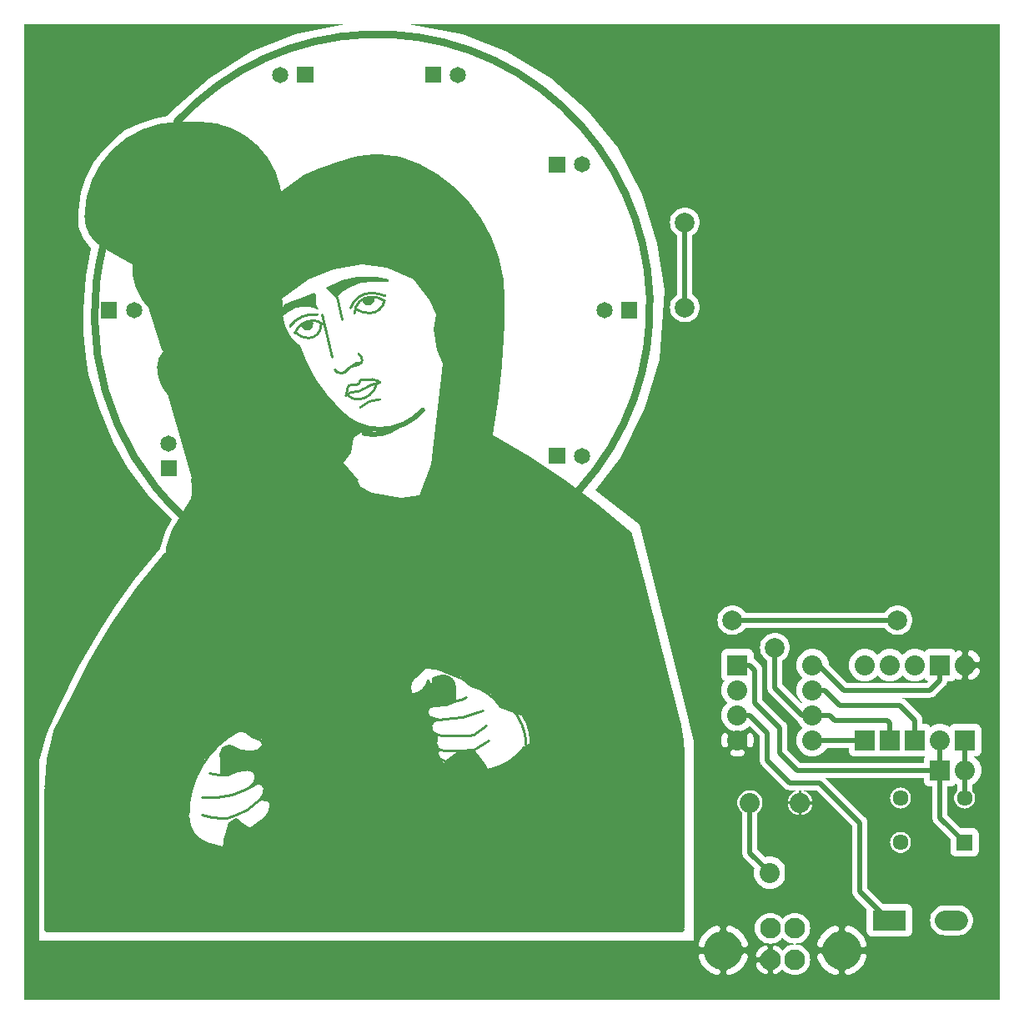
<source format=gtl>
G04 start of page 2 for group 3 layer_idx 0 *
G04 Title: (unknown), top_copper *
G04 Creator: pcb-rnd 3.1.4-dev *
G04 CreationDate: 2024-02-11 13:06:30 UTC *
G04 For: STEM4ukraine *
G04 Format: Gerber/RS-274X *
G04 PCB-Dimensions: 393701 393701 *
G04 PCB-Coordinate-Origin: lower left *
%MOIN*%
%FSLAX25Y25*%
%LNTOP_COPPER_NONE_3*%
%ADD29C,0.0350*%
%ADD28C,0.0362*%
%ADD27C,0.0906*%
%ADD26C,0.0338*%
%ADD25C,0.0394*%
%ADD24C,0.0315*%
%ADD23C,0.0430*%
%ADD22C,0.1220*%
%ADD21C,0.0827*%
%ADD20C,0.1535*%
%ADD19C,0.0636*%
%ADD18C,0.0800*%
%ADD17C,0.0787*%
%ADD16C,0.0650*%
%ADD15C,0.0300*%
%ADD14C,0.0110*%
%ADD13C,0.0210*%
%ADD12C,0.0200*%
%ADD11C,0.0001*%
G54D11*G36*
X242906Y189136D02*X264703Y106688D01*
X265000Y29401D01*
X11000Y29901D01*
Y91901D01*
X14000Y107901D01*
X32000Y143401D01*
X44500Y161901D01*
X58500Y179901D01*
X61000Y187901D01*
X96500Y110901D01*
Y105901D01*
X94500Y106401D01*
X91500Y108401D01*
X88500Y109901D01*
X80500Y104901D01*
X74000Y97901D01*
X69500Y88901D01*
X67500Y79401D01*
Y75401D01*
X68500Y69401D01*
X73500Y64901D01*
X81500Y62401D01*
X84000Y72401D01*
X86565Y73466D01*
X92000Y69401D01*
X100000Y75901D01*
X100500Y80401D01*
X99500Y81901D01*
X96278Y82123D01*
X98000Y85401D01*
X97500Y87901D01*
X96000Y88401D01*
X94000D01*
X94500Y91401D01*
X93000Y93401D01*
X89500Y93901D01*
X83714Y91893D01*
X80799Y91922D01*
X80500Y101401D01*
X82000Y102901D01*
X84500Y103401D01*
X87500Y101401D01*
X94000Y100901D01*
X96500Y102401D01*
X97500Y104401D01*
X109000Y98401D01*
X163500Y115401D01*
X166000Y113901D01*
X164500Y111901D01*
Y109401D01*
X167000Y107901D01*
X166500Y103901D01*
X167500Y101901D01*
X167000Y99901D01*
X167500Y98401D01*
X170000Y96401D01*
X175500Y101401D01*
X181500D01*
X187000Y93401D01*
X195000Y96401D01*
X202000Y102401D01*
X204500Y103901D01*
X204000Y109401D01*
X201500Y115901D01*
X198500Y116901D01*
X192500Y119401D01*
X189000Y123901D01*
X181057Y127271D01*
X177000Y130901D01*
X166000Y134901D01*
X161500D01*
X156500Y129401D01*
X156000Y126401D01*
X156500Y123901D01*
X160500Y124901D01*
X163500Y128901D01*
X164000Y128401D01*
X165000Y127901D01*
X165205Y130150D01*
X168500Y131401D01*
X171500Y130901D01*
X173000Y129901D01*
X174000Y127401D01*
Y121213D01*
X170500Y119901D01*
X167500Y119606D01*
X165000Y119401D01*
X163000Y117901D01*
X159500Y120401D01*
X116000Y107901D01*
X84000Y181901D01*
X136500Y206901D01*
X141000Y204401D01*
X152500Y202401D01*
X160000Y203401D01*
X164500Y215901D01*
X169268Y256084D01*
X167000Y261401D01*
X165500Y269901D01*
X166500Y275901D01*
X164000Y281401D01*
X157500Y289901D01*
X147000Y294401D01*
X137000Y295901D01*
X125500Y293901D01*
X115500Y289901D01*
X104500Y281901D01*
X104580Y273835D01*
X108000Y265401D01*
X112000Y261901D01*
X117000Y248901D01*
X129500Y234901D01*
X134500Y231901D01*
X141018Y230543D01*
X140978Y230379D01*
X140941Y229901D01*
X140978Y229422D01*
X141090Y228955D01*
X141274Y228512D01*
X141525Y228103D01*
X141672Y227931D01*
X136500Y228401D01*
X133500Y226401D01*
X132500Y220401D01*
X129435Y216483D01*
X135500Y209401D01*
X65000Y194401D01*
X69788Y201698D01*
X69443Y211771D01*
X60500Y243401D01*
X57500Y247401D01*
X56000Y251901D01*
X55925Y256326D01*
X57870Y261844D01*
X51797Y279688D01*
X47000Y287901D01*
X46000Y295901D01*
X34000Y303401D01*
X28500Y308401D01*
X27000Y314401D01*
X27297Y322113D01*
X30500Y330401D01*
X34870Y338458D01*
X47925Y348475D01*
X65443Y352031D01*
X79288Y352104D01*
X87000Y348401D01*
X93735Y343806D01*
X100500Y334401D01*
X103000Y326901D01*
X104500Y319901D01*
X119500Y332401D01*
X135000Y338901D01*
X146500D01*
X156265Y336306D01*
X170212Y328604D01*
X181057Y317531D01*
X190075Y299975D01*
X193130Y284458D01*
X192203Y257613D01*
X188000Y226901D01*
X213500Y211401D01*
X242906Y189136D01*
G37*
G36*
X119000Y277901D02*X117500Y278401D01*
X115500Y278901D01*
X113000D01*
X110500Y278401D01*
X107500Y276901D01*
X105000Y274901D01*
Y277901D01*
X106000Y279901D01*
X110000Y281401D01*
X113000Y282401D01*
X118000Y284401D01*
X118500Y283901D01*
Y279901D01*
X119500Y277901D01*
X119000D01*
G37*
G36*
X125000Y334901D02*X118000Y331401D01*
X109000Y324401D01*
X102500Y315901D01*
X95641Y301862D01*
X96000Y317401D01*
X104000Y324401D01*
X108500Y327901D01*
X113500Y331401D01*
X119000Y333901D01*
X124500Y335901D01*
X125000Y334901D01*
G37*
G36*
X16732Y3937D02*X1969D01*
Y391732D01*
X129921D01*
X110236Y387795D01*
X92520Y380906D01*
X75787Y370079D01*
X61024Y357283D01*
X59055Y355315D01*
X54134Y354331D01*
X48228Y352362D01*
X42323Y349409D01*
X38386Y346457D01*
X33465Y341535D01*
X29528Y336614D01*
X26575Y330709D01*
X24606Y324803D01*
X23622Y316929D01*
Y311024D01*
X25591Y306102D01*
X28543Y302165D01*
X26575Y291339D01*
X25591Y277559D01*
Y268701D01*
X26575Y258858D01*
X27559Y251969D01*
X31496Y239173D01*
X37402Y224409D01*
X43307Y214567D01*
X51181Y203740D01*
X61024Y193898D01*
X58071Y188976D01*
X56102Y182087D01*
X46260Y170276D01*
X38386Y159449D01*
X31496Y148622D01*
X23622Y134843D01*
X15748Y119094D01*
X10827Y108268D01*
X7874Y97441D01*
Y25591D01*
X16732D01*
Y3937D01*
G37*
G36*
X122500Y286401D02*X129000Y289401D01*
X135000Y290901D01*
X143000D01*
X147500Y289901D01*
Y288901D01*
X141000D01*
X136500Y288401D01*
X132500Y286901D01*
X129000Y284901D01*
X126500Y282401D01*
X122500Y286401D01*
G37*
G36*
X64000Y192901D02*X66000Y195901D01*
X134500Y210401D01*
X137000Y205901D01*
X89000Y179401D01*
X163000Y118901D01*
X163500Y114401D01*
X161500Y112901D01*
X136000Y99901D01*
X101000Y96401D01*
X92500Y115901D01*
X60000Y185401D01*
X62000Y189401D01*
X64000Y192901D01*
G37*
G36*
X282480Y25591D02*Y1969D01*
X275819D01*
Y13098D01*
X275964Y12999D01*
X276781Y12542D01*
X277636Y12162D01*
X278523Y11863D01*
X278716Y11822D01*
X278914Y11813D01*
X279111Y11835D01*
X279302Y11888D01*
X279482Y11970D01*
X279647Y12079D01*
X279793Y12213D01*
X279917Y12368D01*
X280014Y12540D01*
X280084Y12725D01*
X280124Y12919D01*
X280132Y13117D01*
X280110Y13314D01*
X280057Y13505D01*
X279975Y13685D01*
X279866Y13850D01*
X279733Y13996D01*
X279578Y14120D01*
X279405Y14217D01*
X279219Y14283D01*
X278549Y14501D01*
X277904Y14787D01*
X277289Y15132D01*
X276707Y15531D01*
X276165Y15981D01*
X275819Y16327D01*
Y25591D01*
X282480D01*
G37*
G36*
X271951D02*X271847Y25356D01*
X271548Y24469D01*
X271507Y24276D01*
X271498Y24078D01*
X271520Y23881D01*
X271573Y23690D01*
X271655Y23510D01*
X271764Y23345D01*
X271898Y23199D01*
X272053Y23075D01*
X272225Y22978D01*
X272410Y22908D01*
X272604Y22869D01*
X272802Y22860D01*
X272999Y22882D01*
X273190Y22935D01*
X273370Y23017D01*
X273535Y23126D01*
X273681Y23260D01*
X273805Y23414D01*
X273903Y23587D01*
X273968Y23773D01*
X274186Y24444D01*
X274472Y25088D01*
X274753Y25591D01*
X275819D01*
Y16327D01*
X275666Y16480D01*
X275216Y17022D01*
X274817Y17604D01*
X274472Y18219D01*
X274186Y18864D01*
X273960Y19532D01*
X273895Y19717D01*
X273798Y19888D01*
X273676Y20042D01*
X273530Y20175D01*
X273366Y20283D01*
X273187Y20365D01*
X272997Y20417D01*
X272802Y20439D01*
X272605Y20430D01*
X272413Y20391D01*
X272228Y20322D01*
X272057Y20225D01*
X271903Y20102D01*
X271771Y19957D01*
X271662Y19793D01*
X271581Y19614D01*
X271528Y19424D01*
X271506Y19229D01*
X271515Y19032D01*
X271558Y18841D01*
X271847Y17951D01*
X272227Y17096D01*
X272684Y16279D01*
X273213Y15508D01*
X273811Y14788D01*
X274473Y14126D01*
X275193Y13528D01*
X275819Y13098D01*
Y1969D01*
X1969D01*
Y25591D01*
X271951D01*
G37*
G36*
X297182Y139200D02*X297789Y138490D01*
X298500Y137883D01*
X299000Y137576D01*
Y126818D01*
X298991Y126701D01*
X299028Y126230D01*
X299138Y125771D01*
X299319Y125335D01*
X299565Y124932D01*
X299566Y124932D01*
X299872Y124573D01*
X299962Y124496D01*
X310796Y113663D01*
X310821Y113633D01*
X311191Y112741D01*
X311725Y111868D01*
X312390Y111090D01*
X312846Y110701D01*
X312390Y110311D01*
X311725Y109533D01*
X311191Y108661D01*
X310799Y107716D01*
X310560Y106721D01*
X310480Y105701D01*
X310560Y104681D01*
X310799Y103686D01*
X311191Y102741D01*
X311725Y101868D01*
X312390Y101090D01*
X313168Y100426D01*
X314040Y99891D01*
X314985Y99500D01*
X315980Y99261D01*
X317000Y99181D01*
X318020Y99261D01*
X319015Y99500D01*
X319960Y99891D01*
X320832Y100426D01*
X321610Y101090D01*
X322275Y101868D01*
X322785Y102701D01*
X331500D01*
Y101799D01*
X331492Y101701D01*
X331523Y101309D01*
X331523Y101308D01*
X331615Y100926D01*
X331766Y100562D01*
X331971Y100227D01*
X332227Y99928D01*
X332526Y99672D01*
X332862Y99466D01*
X333225Y99316D01*
X333608Y99224D01*
X334000Y99193D01*
X334098Y99201D01*
X341902D01*
X342000Y99193D01*
X342392Y99224D01*
X342392Y99224D01*
X342775Y99316D01*
X343000Y99409D01*
X343225Y99316D01*
X343608Y99224D01*
X344000Y99193D01*
X344098Y99201D01*
X351902D01*
X352000Y99193D01*
X352392Y99224D01*
X352392Y99224D01*
X352775Y99316D01*
X353000Y99409D01*
X353225Y99316D01*
X353608Y99224D01*
X354000Y99193D01*
X354098Y99201D01*
X361902D01*
X361988Y99194D01*
X361971Y99175D01*
X361766Y98839D01*
X361615Y98476D01*
X361523Y98093D01*
X361492Y97701D01*
X361500Y97603D01*
Y96701D01*
X312243D01*
X307000Y101943D01*
Y110583D01*
X307009Y110701D01*
X306972Y111171D01*
X306972Y111172D01*
X306862Y111631D01*
X306681Y112067D01*
X306435Y112470D01*
X306128Y112829D01*
X306038Y112905D01*
X297000Y121943D01*
Y133583D01*
X297009Y133701D01*
X296972Y134172D01*
X296862Y134631D01*
X296742Y134920D01*
Y139918D01*
X297182Y139200D01*
G37*
G36*
X391732Y391732D02*Y1969D01*
X381538D01*
Y59229D01*
X381748Y59280D01*
X382112Y59430D01*
X382447Y59636D01*
X382746Y59891D01*
X383002Y60191D01*
X383208Y60526D01*
X383358Y60890D01*
X383450Y61272D01*
X383481Y61665D01*
X383473Y61763D01*
Y67923D01*
X383481Y68020D01*
X383450Y68413D01*
X383450Y68413D01*
X383358Y68795D01*
X383208Y69159D01*
X383002Y69494D01*
X382746Y69794D01*
X382447Y70049D01*
X382112Y70255D01*
X381748Y70405D01*
X381538Y70456D01*
Y80678D01*
X381781Y81264D01*
X381935Y81903D01*
X381973Y82559D01*
X381935Y83215D01*
X381781Y83854D01*
X381538Y84440D01*
Y88246D01*
X381832Y88426D01*
X382610Y89090D01*
X383275Y89868D01*
X383809Y90741D01*
X384201Y91686D01*
X384440Y92681D01*
X384500Y93701D01*
X384440Y94721D01*
X384201Y95716D01*
X383809Y96661D01*
X383275Y97533D01*
X382610Y98311D01*
X381832Y98976D01*
X381538Y99156D01*
Y99201D01*
X381902D01*
X382000Y99193D01*
X382392Y99224D01*
X382392Y99224D01*
X382775Y99316D01*
X383138Y99466D01*
X383474Y99672D01*
X383773Y99928D01*
X384029Y100227D01*
X384234Y100562D01*
X384385Y100926D01*
X384477Y101308D01*
X384508Y101701D01*
X384500Y101799D01*
Y109603D01*
X384508Y109701D01*
X384477Y110093D01*
X384477Y110093D01*
X384385Y110476D01*
X384234Y110839D01*
X384029Y111175D01*
X383773Y111474D01*
X383474Y111730D01*
X383138Y111935D01*
X382775Y112086D01*
X382392Y112178D01*
X382000Y112208D01*
X381902Y112201D01*
X381538D01*
Y130244D01*
X381952Y130533D01*
X382393Y130901D01*
X382799Y131308D01*
X383168Y131748D01*
X383497Y132220D01*
X383782Y132718D01*
X383860Y132900D01*
X383907Y133091D01*
X383924Y133288D01*
X383909Y133485D01*
X383864Y133677D01*
X383789Y133860D01*
X383687Y134028D01*
X383560Y134179D01*
X383410Y134308D01*
X383242Y134412D01*
X383061Y134488D01*
X382869Y134536D01*
X382672Y134552D01*
X382475Y134537D01*
X382283Y134492D01*
X382100Y134418D01*
X381932Y134315D01*
X381781Y134188D01*
X381652Y134039D01*
X381552Y133869D01*
X381538Y133845D01*
Y137564D01*
X381555Y137534D01*
X381655Y137365D01*
X381784Y137216D01*
X381934Y137089D01*
X382102Y136987D01*
X382284Y136913D01*
X382476Y136868D01*
X382672Y136854D01*
X382868Y136870D01*
X383059Y136917D01*
X383241Y136993D01*
X383408Y137097D01*
X383557Y137225D01*
X383684Y137375D01*
X383786Y137544D01*
X383860Y137726D01*
X383905Y137917D01*
X383920Y138114D01*
X383903Y138310D01*
X383856Y138501D01*
X383777Y138680D01*
X383497Y139182D01*
X383168Y139653D01*
X382799Y140094D01*
X382393Y140500D01*
X381952Y140869D01*
X381538Y141158D01*
Y391732D01*
X391732D01*
G37*
G36*
X381465Y99201D02*X381538D01*
Y99156D01*
X381465Y99201D01*
G37*
G36*
X381529Y84462D02*X381186Y85022D01*
X381000Y85240D01*
Y87916D01*
X381538Y88246D01*
Y84440D01*
X381529Y84462D01*
G37*
G36*
X381366Y70497D02*X380973Y70528D01*
X380875Y70520D01*
X376360D01*
X371000Y75880D01*
Y87201D01*
X371902D01*
X372000Y87193D01*
X372392Y87224D01*
X372392Y87224D01*
X372775Y87316D01*
X373138Y87466D01*
X373474Y87672D01*
X373773Y87928D01*
X374029Y88227D01*
X374157Y88435D01*
X374168Y88426D01*
X375000Y87916D01*
Y85666D01*
X374832Y85522D01*
X374405Y85022D01*
X374061Y84462D01*
X373810Y83854D01*
X373656Y83215D01*
X373604Y82559D01*
X373656Y81903D01*
X373810Y81264D01*
X374061Y80656D01*
X374405Y80096D01*
X374832Y79596D01*
X375332Y79169D01*
X375893Y78825D01*
X376500Y78573D01*
X377140Y78420D01*
X377795Y78368D01*
X378451Y78420D01*
X379090Y78573D01*
X379698Y78825D01*
X380259Y79169D01*
X380759Y79596D01*
X381186Y80096D01*
X381529Y80656D01*
X381538Y80678D01*
Y70456D01*
X381366Y70497D01*
G37*
G36*
X372579Y1969D02*Y27701D01*
X375157D01*
X376099Y27756D01*
X377017Y27977D01*
X377890Y28338D01*
X378695Y28832D01*
X379413Y29445D01*
X380026Y30163D01*
X380520Y30968D01*
X380881Y31841D01*
X381102Y32759D01*
X381176Y33701D01*
X381102Y34642D01*
X380881Y35561D01*
X380520Y36433D01*
X380026Y37238D01*
X379413Y37957D01*
X378695Y38570D01*
X377890Y39063D01*
X377017Y39425D01*
X376099Y39645D01*
X375157Y39701D01*
X372579D01*
Y60207D01*
X372589Y60191D01*
X372844Y59891D01*
X373143Y59636D01*
X373479Y59430D01*
X373842Y59280D01*
X374225Y59188D01*
X374617Y59157D01*
X374715Y59165D01*
X380875D01*
X380973Y59157D01*
X381365Y59188D01*
X381366Y59188D01*
X381538Y59229D01*
Y1969D01*
X372579D01*
G37*
G36*
X352198D02*Y27201D01*
X354260D01*
X354358Y27193D01*
X354749Y27224D01*
X354750Y27224D01*
X355132Y27316D01*
X355496Y27466D01*
X355832Y27672D01*
X356131Y27928D01*
X356386Y28227D01*
X356592Y28562D01*
X356743Y28926D01*
X356834Y29308D01*
X356865Y29701D01*
X356858Y29799D01*
Y37603D01*
X356865Y37701D01*
X356834Y38093D01*
X356743Y38476D01*
X356592Y38839D01*
X356386Y39175D01*
X356131Y39474D01*
X355832Y39730D01*
X355496Y39935D01*
X355132Y40086D01*
X354750Y40178D01*
X354358Y40208D01*
X354260Y40201D01*
X352198D01*
Y60652D01*
X352205Y60652D01*
X352860Y60703D01*
X353500Y60857D01*
X354107Y61108D01*
X354668Y61452D01*
X355168Y61879D01*
X355595Y62379D01*
X355939Y62940D01*
X356190Y63547D01*
X356344Y64187D01*
X356383Y64843D01*
X356344Y65498D01*
X356190Y66138D01*
X355939Y66745D01*
X355595Y67306D01*
X355168Y67806D01*
X354668Y68233D01*
X354107Y68577D01*
X353500Y68828D01*
X352860Y68982D01*
X352205Y69033D01*
X352198Y69033D01*
Y78369D01*
X352205Y78368D01*
X352860Y78420D01*
X353500Y78573D01*
X354107Y78825D01*
X354668Y79169D01*
X355168Y79596D01*
X355595Y80096D01*
X355939Y80656D01*
X356190Y81264D01*
X356344Y81903D01*
X356383Y82559D01*
X356344Y83215D01*
X356190Y83854D01*
X355939Y84462D01*
X355595Y85022D01*
X355168Y85522D01*
X354668Y85950D01*
X354107Y86293D01*
X353500Y86545D01*
X352860Y86698D01*
X352205Y86750D01*
X352198Y86749D01*
Y90701D01*
X361500D01*
Y89799D01*
X361492Y89701D01*
X361523Y89309D01*
X361523Y89308D01*
X361615Y88926D01*
X361766Y88562D01*
X361971Y88227D01*
X362227Y87928D01*
X362526Y87672D01*
X362862Y87466D01*
X363225Y87316D01*
X363608Y87224D01*
X364000Y87193D01*
X364098Y87201D01*
X365000D01*
Y74755D01*
X364991Y74638D01*
X365028Y74167D01*
Y74167D01*
X365049Y74078D01*
X365138Y73708D01*
X365319Y73272D01*
X365565Y72869D01*
X365565Y72869D01*
X365872Y72510D01*
X365962Y72433D01*
X372117Y66278D01*
Y61763D01*
X372110Y61665D01*
X372140Y61272D01*
X372140Y61272D01*
X372232Y60890D01*
X372383Y60526D01*
X372579Y60207D01*
Y39701D01*
X370000D01*
X369058Y39645D01*
X368140Y39425D01*
X367268Y39063D01*
X366462Y38570D01*
X365744Y37957D01*
X365131Y37238D01*
X364637Y36433D01*
X364276Y35561D01*
X364056Y34642D01*
X363981Y33701D01*
X364056Y32759D01*
X364276Y31841D01*
X364637Y30968D01*
X365131Y30163D01*
X365744Y29445D01*
X366462Y28832D01*
X367268Y28338D01*
X368140Y27977D01*
X369058Y27756D01*
X370000Y27701D01*
X372579D01*
Y1969D01*
X352198D01*
G37*
G36*
X345243Y40201D02*X339000Y46443D01*
Y72583D01*
X339009Y72701D01*
X338972Y73171D01*
X338972Y73172D01*
X338862Y73631D01*
X338681Y74067D01*
X338435Y74470D01*
X338128Y74829D01*
X338038Y74905D01*
X322243Y90701D01*
X352198D01*
Y86749D01*
X351549Y86698D01*
X350910Y86545D01*
X350302Y86293D01*
X349741Y85950D01*
X349241Y85522D01*
X348814Y85022D01*
X348471Y84462D01*
X348219Y83854D01*
X348065Y83215D01*
X348014Y82559D01*
X348065Y81903D01*
X348219Y81264D01*
X348471Y80656D01*
X348814Y80096D01*
X349241Y79596D01*
X349741Y79169D01*
X350302Y78825D01*
X350910Y78573D01*
X351549Y78420D01*
X352198Y78369D01*
Y69033D01*
X351549Y68982D01*
X350910Y68828D01*
X350302Y68577D01*
X349741Y68233D01*
X349241Y67806D01*
X348814Y67306D01*
X348471Y66745D01*
X348219Y66138D01*
X348065Y65498D01*
X348014Y64843D01*
X348065Y64187D01*
X348219Y63547D01*
X348471Y62940D01*
X348814Y62379D01*
X349241Y61879D01*
X349741Y61452D01*
X350302Y61108D01*
X350910Y60857D01*
X351549Y60703D01*
X352198Y60652D01*
Y40201D01*
X345243D01*
G37*
G36*
X334268Y1969D02*Y13104D01*
X334886Y13528D01*
X335606Y14126D01*
X336267Y14788D01*
X336866Y15508D01*
X337395Y16279D01*
X337852Y17096D01*
X338232Y17951D01*
X338531Y18838D01*
X338572Y19031D01*
X338581Y19229D01*
X338559Y19426D01*
X338506Y19617D01*
X338424Y19797D01*
X338315Y19962D01*
X338181Y20108D01*
X338026Y20232D01*
X337854Y20329D01*
X337668Y20399D01*
X337474Y20439D01*
X337277Y20447D01*
X337080Y20425D01*
X336889Y20372D01*
X336709Y20290D01*
X336543Y20181D01*
X336397Y20047D01*
X336274Y19893D01*
X336176Y19720D01*
X336110Y19534D01*
X335892Y18864D01*
X335606Y18219D01*
X335262Y17604D01*
X334863Y17022D01*
X334412Y16480D01*
X334268Y16335D01*
Y26972D01*
X334412Y26827D01*
X334863Y26285D01*
X335262Y25703D01*
X335606Y25088D01*
X335892Y24444D01*
X336118Y23776D01*
X336184Y23590D01*
X336281Y23419D01*
X336403Y23265D01*
X336548Y23132D01*
X336713Y23024D01*
X336892Y22942D01*
X337081Y22890D01*
X337277Y22868D01*
X337473Y22877D01*
X337666Y22916D01*
X337850Y22985D01*
X338022Y23082D01*
X338175Y23205D01*
X338308Y23350D01*
X338417Y23514D01*
X338498Y23693D01*
X338551Y23883D01*
X338573Y24078D01*
X338564Y24275D01*
X338521Y24466D01*
X338232Y25356D01*
X337852Y26211D01*
X337395Y27028D01*
X336866Y27799D01*
X336267Y28519D01*
X335606Y29181D01*
X334886Y29779D01*
X334268Y30203D01*
Y42690D01*
X338716Y38242D01*
X338681Y38093D01*
X338650Y37701D01*
X338658Y37603D01*
Y29799D01*
X338650Y29701D01*
X338681Y29308D01*
X338773Y28926D01*
X338923Y28562D01*
X339129Y28227D01*
X339384Y27928D01*
X339684Y27672D01*
X340019Y27466D01*
X340383Y27316D01*
X340765Y27224D01*
X341158Y27193D01*
X341255Y27201D01*
X352198D01*
Y1969D01*
X334268D01*
G37*
G36*
X323213D02*Y13104D01*
X323366Y12999D01*
X324183Y12542D01*
X325038Y12162D01*
X325924Y11863D01*
X326118Y11822D01*
X326316Y11813D01*
X326513Y11835D01*
X326703Y11888D01*
X326884Y11970D01*
X327049Y12079D01*
X327195Y12213D01*
X327318Y12368D01*
X327416Y12540D01*
X327486Y12725D01*
X327525Y12919D01*
X327534Y13117D01*
X327512Y13314D01*
X327459Y13505D01*
X327377Y13685D01*
X327268Y13850D01*
X327134Y13996D01*
X326979Y14120D01*
X326807Y14217D01*
X326620Y14283D01*
X325950Y14501D01*
X325306Y14787D01*
X324690Y15132D01*
X324109Y15531D01*
X323567Y15981D01*
X323213Y16335D01*
Y26972D01*
X323567Y27326D01*
X324109Y27776D01*
X324690Y28176D01*
X325306Y28520D01*
X325950Y28806D01*
X326618Y29032D01*
X326804Y29097D01*
X326975Y29194D01*
X327129Y29317D01*
X327261Y29462D01*
X327370Y29626D01*
X327451Y29805D01*
X327504Y29995D01*
X327526Y30190D01*
X327517Y30387D01*
X327478Y30580D01*
X327409Y30764D01*
X327312Y30935D01*
X327189Y31089D01*
X327044Y31222D01*
X326880Y31330D01*
X326701Y31412D01*
X326511Y31464D01*
X326315Y31486D01*
X326119Y31477D01*
X325927Y31434D01*
X325038Y31145D01*
X324183Y30765D01*
X323366Y30309D01*
X323213Y30203D01*
Y81245D01*
X333000Y71458D01*
Y45318D01*
X332991Y45201D01*
X333028Y44730D01*
Y44730D01*
X333049Y44641D01*
X333138Y44271D01*
X333319Y43835D01*
X333565Y43432D01*
X333565Y43432D01*
X333872Y43073D01*
X333962Y42996D01*
X334268Y42690D01*
Y30203D01*
X334115Y30309D01*
X333298Y30765D01*
X332443Y31145D01*
X331556Y31445D01*
X331362Y31485D01*
X331165Y31494D01*
X330968Y31472D01*
X330777Y31419D01*
X330597Y31337D01*
X330431Y31228D01*
X330285Y31094D01*
X330162Y30939D01*
X330064Y30767D01*
X329995Y30582D01*
X329955Y30388D01*
X329946Y30190D01*
X329969Y29993D01*
X330021Y29802D01*
X330103Y29622D01*
X330213Y29457D01*
X330346Y29311D01*
X330501Y29187D01*
X330673Y29090D01*
X330860Y29024D01*
X331530Y28806D01*
X332175Y28520D01*
X332790Y28176D01*
X333371Y27776D01*
X333914Y27326D01*
X334268Y26972D01*
Y16335D01*
X333914Y15981D01*
X333371Y15531D01*
X332790Y15132D01*
X332175Y14787D01*
X331530Y14501D01*
X330862Y14275D01*
X330677Y14210D01*
X330506Y14113D01*
X330352Y13990D01*
X330219Y13845D01*
X330110Y13681D01*
X330029Y13502D01*
X329977Y13312D01*
X329954Y13117D01*
X329963Y12920D01*
X330003Y12728D01*
X330072Y12543D01*
X330169Y12372D01*
X330291Y12218D01*
X330436Y12086D01*
X330601Y11977D01*
X330780Y11896D01*
X330969Y11843D01*
X331165Y11821D01*
X331361Y11830D01*
X331553Y11873D01*
X332443Y12162D01*
X333298Y12542D01*
X334115Y12999D01*
X334268Y13104D01*
Y1969D01*
X323213D01*
G37*
G36*
X314693D02*Y14009D01*
X314938Y14297D01*
X315443Y15120D01*
X315812Y16012D01*
X316038Y16951D01*
X316094Y17913D01*
X316038Y18876D01*
X315812Y19815D01*
X315443Y20707D01*
X314938Y21530D01*
X314693Y21817D01*
Y26608D01*
X314938Y26895D01*
X315443Y27719D01*
X315812Y28610D01*
X316038Y29549D01*
X316094Y30512D01*
X316038Y31474D01*
X315812Y32413D01*
X315443Y33305D01*
X314938Y34128D01*
X314693Y34416D01*
Y76487D01*
X314817Y76563D01*
X315192Y76845D01*
X315539Y77161D01*
X315856Y77509D01*
X316138Y77884D01*
X316384Y78284D01*
X316591Y78706D01*
X316758Y79145D01*
X316882Y79598D01*
X316894Y79676D01*
X316893Y79755D01*
X316880Y79834D01*
X316854Y79909D01*
X316817Y79979D01*
X316770Y80043D01*
X316713Y80098D01*
X316648Y80144D01*
X316577Y80179D01*
X316501Y80203D01*
X316422Y80214D01*
X316343Y80213D01*
X316265Y80199D01*
X316189Y80174D01*
X316119Y80137D01*
X316056Y80089D01*
X316000Y80032D01*
X315954Y79968D01*
X315919Y79896D01*
X315897Y79820D01*
X315802Y79457D01*
X315669Y79107D01*
X315503Y78770D01*
X315307Y78450D01*
X315081Y78150D01*
X314828Y77872D01*
X314693Y77749D01*
Y83653D01*
X314828Y83529D01*
X315081Y83252D01*
X315307Y82952D01*
X315503Y82632D01*
X315669Y82295D01*
X315802Y81944D01*
X315902Y81582D01*
X315923Y81507D01*
X315958Y81436D01*
X316004Y81372D01*
X316059Y81316D01*
X316122Y81268D01*
X316191Y81232D01*
X316266Y81207D01*
X316343Y81193D01*
X316422Y81192D01*
X316500Y81203D01*
X316575Y81227D01*
X316646Y81261D01*
X316710Y81307D01*
X316766Y81362D01*
X316813Y81425D01*
X316850Y81494D01*
X316875Y81569D01*
X316889Y81647D01*
X316890Y81725D01*
X316877Y81803D01*
X316758Y82257D01*
X316591Y82696D01*
X316384Y83117D01*
X316138Y83517D01*
X315856Y83893D01*
X315539Y84240D01*
X315192Y84556D01*
X314817Y84839D01*
X314693Y84915D01*
Y85701D01*
X318757D01*
X323213Y81245D01*
Y30203D01*
X322594Y29779D01*
X321875Y29181D01*
X321213Y28519D01*
X320615Y27799D01*
X320085Y27028D01*
X319629Y26211D01*
X319249Y25356D01*
X318949Y24469D01*
X318908Y24276D01*
X318900Y24078D01*
X318922Y23881D01*
X318975Y23690D01*
X319057Y23510D01*
X319166Y23345D01*
X319299Y23199D01*
X319454Y23075D01*
X319627Y22978D01*
X319812Y22908D01*
X320006Y22869D01*
X320204Y22860D01*
X320401Y22882D01*
X320591Y22935D01*
X320772Y23017D01*
X320937Y23126D01*
X321083Y23260D01*
X321206Y23414D01*
X321304Y23587D01*
X321370Y23773D01*
X321588Y24444D01*
X321874Y25088D01*
X322218Y25703D01*
X322617Y26285D01*
X323068Y26827D01*
X323213Y26972D01*
Y16335D01*
X323068Y16480D01*
X322617Y17022D01*
X322218Y17604D01*
X321874Y18219D01*
X321588Y18864D01*
X321362Y19532D01*
X321297Y19717D01*
X321200Y19888D01*
X321077Y20042D01*
X320932Y20175D01*
X320768Y20283D01*
X320589Y20365D01*
X320399Y20417D01*
X320204Y20439D01*
X320007Y20430D01*
X319814Y20391D01*
X319630Y20322D01*
X319459Y20225D01*
X319305Y20102D01*
X319172Y19957D01*
X319064Y19793D01*
X318982Y19614D01*
X318930Y19424D01*
X318908Y19229D01*
X318916Y19032D01*
X318959Y18841D01*
X319249Y17951D01*
X319629Y17096D01*
X320085Y16279D01*
X320615Y15508D01*
X321213Y14788D01*
X321875Y14126D01*
X322594Y13528D01*
X323213Y13104D01*
Y1969D01*
X314693D01*
G37*
G36*
X314311Y34862D02*X313577Y35490D01*
X312754Y35994D01*
X311862Y36363D01*
X310923Y36589D01*
X309961Y36665D01*
X309307Y36613D01*
Y76487D01*
X309584Y76317D01*
X310005Y76110D01*
X310444Y75943D01*
X310897Y75818D01*
X310975Y75807D01*
X311055Y75808D01*
X311133Y75821D01*
X311208Y75847D01*
X311278Y75884D01*
X311342Y75931D01*
X311397Y75988D01*
X311443Y76053D01*
X311478Y76124D01*
X311502Y76200D01*
X311513Y76279D01*
X311512Y76358D01*
X311499Y76436D01*
X311473Y76511D01*
X311436Y76582D01*
X311389Y76645D01*
X311332Y76701D01*
X311267Y76746D01*
X311196Y76781D01*
X311119Y76803D01*
X310757Y76899D01*
X310406Y77032D01*
X310069Y77198D01*
X309749Y77394D01*
X309449Y77620D01*
X309307Y77749D01*
Y83653D01*
X309449Y83782D01*
X309749Y84007D01*
X310069Y84204D01*
X310406Y84369D01*
X310757Y84503D01*
X311118Y84602D01*
X311194Y84624D01*
X311265Y84659D01*
X311329Y84704D01*
X311385Y84759D01*
X311432Y84822D01*
X311469Y84892D01*
X311494Y84967D01*
X311508Y85044D01*
X311509Y85123D01*
X311497Y85201D01*
X311474Y85276D01*
X311439Y85346D01*
X311394Y85411D01*
X311339Y85467D01*
X311276Y85514D01*
X311206Y85551D01*
X311132Y85576D01*
X311054Y85590D01*
X310976Y85591D01*
X310898Y85578D01*
X310444Y85458D01*
X310005Y85292D01*
X309584Y85084D01*
X309307Y84915D01*
Y85701D01*
X314693D01*
Y84915D01*
X314416Y85084D01*
X313995Y85292D01*
X313556Y85458D01*
X313103Y85583D01*
X313025Y85595D01*
X312945Y85594D01*
X312867Y85580D01*
X312792Y85555D01*
X312722Y85518D01*
X312658Y85470D01*
X312603Y85414D01*
X312557Y85349D01*
X312522Y85277D01*
X312498Y85202D01*
X312487Y85123D01*
X312488Y85044D01*
X312501Y84965D01*
X312527Y84890D01*
X312564Y84820D01*
X312611Y84756D01*
X312668Y84701D01*
X312733Y84655D01*
X312804Y84620D01*
X312881Y84598D01*
X313243Y84503D01*
X313594Y84369D01*
X313931Y84204D01*
X314251Y84007D01*
X314551Y83782D01*
X314693Y83653D01*
Y77749D01*
X314551Y77620D01*
X314251Y77394D01*
X313931Y77198D01*
X313594Y77032D01*
X313243Y76899D01*
X312882Y76799D01*
X312806Y76777D01*
X312735Y76743D01*
X312671Y76697D01*
X312615Y76642D01*
X312568Y76579D01*
X312531Y76510D01*
X312506Y76435D01*
X312492Y76357D01*
X312491Y76279D01*
X312503Y76201D01*
X312526Y76126D01*
X312561Y76055D01*
X312606Y75991D01*
X312661Y75934D01*
X312724Y75887D01*
X312794Y75851D01*
X312868Y75825D01*
X312946Y75812D01*
X313024Y75811D01*
X313102Y75824D01*
X313556Y75943D01*
X313995Y76110D01*
X314416Y76317D01*
X314693Y76487D01*
Y34416D01*
X314311Y34862D01*
G37*
G36*
X308998Y36589D02*X308059Y36363D01*
X307167Y35994D01*
X306344Y35490D01*
X305610Y34862D01*
X305039Y34194D01*
X304469Y34862D01*
X303735Y35490D01*
X302911Y35994D01*
X302019Y36363D01*
X301081Y36589D01*
X300118Y36665D01*
X299156Y36589D01*
X298217Y36363D01*
X297325Y35994D01*
X296742Y35637D01*
Y47074D01*
X297040Y46891D01*
X297985Y46500D01*
X298980Y46261D01*
X300000Y46181D01*
X301020Y46261D01*
X302015Y46500D01*
X302960Y46891D01*
X303832Y47426D01*
X304610Y48090D01*
X305275Y48868D01*
X305809Y49741D01*
X306201Y50686D01*
X306440Y51681D01*
X306500Y52701D01*
X306440Y53721D01*
X306201Y54716D01*
X305809Y55661D01*
X305275Y56533D01*
X304610Y57311D01*
X303832Y57976D01*
X302960Y58510D01*
X302015Y58902D01*
X301020Y59141D01*
X300000Y59221D01*
X298980Y59141D01*
X298031Y58913D01*
X296742Y60201D01*
Y79084D01*
X296770Y79151D01*
X296954Y79916D01*
X297000Y80701D01*
X296954Y81485D01*
X296770Y82251D01*
X296742Y82317D01*
Y95725D01*
X296872Y95573D01*
X296962Y95496D01*
X305796Y86663D01*
X305872Y86573D01*
X306231Y86266D01*
X306231Y86266D01*
X306634Y86020D01*
X307070Y85839D01*
X307336Y85775D01*
X307529Y85729D01*
X307529Y85729D01*
X308000Y85692D01*
X308118Y85701D01*
X309307D01*
Y84915D01*
X309183Y84839D01*
X308808Y84556D01*
X308461Y84240D01*
X308144Y83893D01*
X307862Y83517D01*
X307616Y83117D01*
X307409Y82696D01*
X307242Y82257D01*
X307118Y81804D01*
X307106Y81726D01*
X307107Y81646D01*
X307120Y81568D01*
X307146Y81493D01*
X307183Y81422D01*
X307230Y81359D01*
X307287Y81303D01*
X307352Y81258D01*
X307423Y81223D01*
X307499Y81199D01*
X307578Y81188D01*
X307657Y81189D01*
X307735Y81202D01*
X307811Y81228D01*
X307881Y81265D01*
X307944Y81312D01*
X308000Y81369D01*
X308046Y81434D01*
X308081Y81505D01*
X308103Y81581D01*
X308198Y81944D01*
X308331Y82295D01*
X308497Y82632D01*
X308693Y82952D01*
X308919Y83252D01*
X309172Y83529D01*
X309307Y83653D01*
Y77749D01*
X309172Y77872D01*
X308919Y78150D01*
X308693Y78450D01*
X308497Y78770D01*
X308331Y79107D01*
X308198Y79457D01*
X308098Y79819D01*
X308077Y79895D01*
X308042Y79965D01*
X307996Y80030D01*
X307941Y80086D01*
X307878Y80133D01*
X307809Y80170D01*
X307734Y80195D01*
X307657Y80208D01*
X307578Y80209D01*
X307500Y80198D01*
X307425Y80175D01*
X307354Y80140D01*
X307290Y80095D01*
X307234Y80040D01*
X307187Y79977D01*
X307150Y79907D01*
X307125Y79833D01*
X307111Y79755D01*
X307110Y79676D01*
X307123Y79599D01*
X307242Y79145D01*
X307409Y78706D01*
X307616Y78284D01*
X307862Y77884D01*
X308144Y77509D01*
X308461Y77161D01*
X308808Y76845D01*
X309183Y76563D01*
X309307Y76487D01*
Y36613D01*
X308998Y36589D01*
G37*
G36*
X296742Y1969D02*Y12789D01*
X296828Y12729D01*
X297296Y12460D01*
X297786Y12234D01*
X297936Y12184D01*
X298092Y12160D01*
X298250Y12160D01*
X298406Y12186D01*
X298557Y12235D01*
X298697Y12307D01*
X298825Y12400D01*
X298936Y12513D01*
X299029Y12641D01*
X299100Y12782D01*
X299148Y12932D01*
X299173Y13088D01*
X299172Y13246D01*
X299147Y13402D01*
X299098Y13553D01*
X299025Y13693D01*
X298932Y13821D01*
X298820Y13932D01*
X298692Y14025D01*
X298550Y14093D01*
X298218Y14242D01*
X297903Y14423D01*
X297605Y14631D01*
X297326Y14865D01*
X297069Y15122D01*
X296836Y15400D01*
X296742Y15534D01*
Y20292D01*
X296836Y20426D01*
X297069Y20705D01*
X297326Y20962D01*
X297605Y21196D01*
X297903Y21404D01*
X298218Y21585D01*
X298548Y21738D01*
X298690Y21806D01*
X298817Y21898D01*
X298929Y22009D01*
X299022Y22136D01*
X299094Y22276D01*
X299143Y22425D01*
X299168Y22581D01*
X299169Y22738D01*
X299144Y22894D01*
X299096Y23044D01*
X299025Y23184D01*
X298933Y23312D01*
X298822Y23423D01*
X298695Y23516D01*
X298555Y23588D01*
X298406Y23637D01*
X298250Y23662D01*
X298093Y23663D01*
X297937Y23639D01*
X297789Y23588D01*
X297296Y23366D01*
X296828Y23097D01*
X296742Y23037D01*
Y25387D01*
X297325Y25030D01*
X298217Y24660D01*
X299156Y24435D01*
X300118Y24359D01*
X301081Y24435D01*
X302019Y24660D01*
X302911Y25030D01*
X303735Y25534D01*
X304469Y26161D01*
X305039Y26829D01*
X305610Y26161D01*
X306344Y25534D01*
X307167Y25030D01*
X308059Y24660D01*
X308998Y24435D01*
X309961Y24359D01*
X310923Y24435D01*
X311862Y24660D01*
X312754Y25030D01*
X313577Y25534D01*
X314311Y26161D01*
X314693Y26608D01*
Y21817D01*
X314311Y22264D01*
X313577Y22891D01*
X312754Y23396D01*
X311862Y23765D01*
X310923Y23990D01*
X309961Y24066D01*
X308998Y23990D01*
X308059Y23765D01*
X307167Y23396D01*
X306344Y22891D01*
X305610Y22264D01*
X305033Y21589D01*
X304993Y21646D01*
X304646Y22060D01*
X304265Y22442D01*
X303851Y22788D01*
X303408Y23097D01*
X302940Y23366D01*
X302450Y23593D01*
X302300Y23643D01*
X302144Y23667D01*
X301986Y23666D01*
X301830Y23641D01*
X301680Y23592D01*
X301539Y23520D01*
X301411Y23426D01*
X301300Y23314D01*
X301208Y23186D01*
X301136Y23045D01*
X301088Y22895D01*
X301064Y22738D01*
X301064Y22580D01*
X301089Y22424D01*
X301139Y22274D01*
X301211Y22134D01*
X301304Y22006D01*
X301416Y21895D01*
X301544Y21802D01*
X301687Y21734D01*
X302018Y21585D01*
X302333Y21404D01*
X302631Y21196D01*
X302910Y20962D01*
X303167Y20705D01*
X303400Y20426D01*
X303608Y20128D01*
X303790Y19813D01*
X303942Y19483D01*
X304000Y19362D01*
X303884Y18876D01*
X303808Y17913D01*
X303884Y16951D01*
X303999Y16470D01*
X303939Y16345D01*
X303790Y16014D01*
X303608Y15698D01*
X303400Y15400D01*
X303167Y15122D01*
X302910Y14865D01*
X302631Y14631D01*
X302333Y14423D01*
X302018Y14242D01*
X301688Y14089D01*
X301546Y14021D01*
X301419Y13929D01*
X301307Y13818D01*
X301214Y13691D01*
X301142Y13551D01*
X301093Y13401D01*
X301068Y13246D01*
X301068Y13089D01*
X301092Y12933D01*
X301140Y12783D01*
X301211Y12643D01*
X301303Y12515D01*
X301414Y12403D01*
X301541Y12311D01*
X301681Y12239D01*
X301831Y12190D01*
X301986Y12164D01*
X302143Y12164D01*
X302299Y12188D01*
X302448Y12239D01*
X302940Y12460D01*
X303408Y12729D01*
X303851Y13038D01*
X304265Y13385D01*
X304646Y13767D01*
X304993Y14181D01*
X305033Y14238D01*
X305610Y13563D01*
X306344Y12936D01*
X307167Y12431D01*
X308059Y12062D01*
X308998Y11836D01*
X309961Y11761D01*
X310923Y11836D01*
X311862Y12062D01*
X312754Y12431D01*
X313577Y12936D01*
X314311Y13563D01*
X314693Y14009D01*
Y1969D01*
X296742D01*
G37*
G36*
X381538Y391732D02*Y141158D01*
X381481Y141198D01*
X380982Y141483D01*
X380801Y141561D01*
X380609Y141608D01*
X380413Y141624D01*
X380216Y141610D01*
X380024Y141565D01*
X379841Y141490D01*
X379672Y141388D01*
X379522Y141260D01*
X379393Y141111D01*
X379289Y140943D01*
X379212Y140761D01*
X379165Y140570D01*
X379149Y140373D01*
X379163Y140176D01*
X379208Y139984D01*
X379283Y139801D01*
X379385Y139632D01*
X379513Y139482D01*
X379662Y139353D01*
X379832Y139252D01*
X380140Y139080D01*
X380430Y138878D01*
X380701Y138651D01*
X380951Y138402D01*
X381177Y138131D01*
X381379Y137841D01*
X381538Y137564D01*
Y133845D01*
X381379Y133561D01*
X381177Y133271D01*
X380951Y133000D01*
X380701Y132750D01*
X380430Y132523D01*
X380140Y132321D01*
X379834Y132146D01*
X379665Y132046D01*
X379516Y131917D01*
X379389Y131767D01*
X379287Y131599D01*
X379212Y131416D01*
X379167Y131225D01*
X379153Y131029D01*
X379169Y130833D01*
X379216Y130642D01*
X379292Y130460D01*
X379396Y130293D01*
X379524Y130144D01*
X379675Y130017D01*
X379843Y129915D01*
X380025Y129840D01*
X380217Y129795D01*
X380413Y129781D01*
X380609Y129797D01*
X380800Y129844D01*
X380980Y129924D01*
X381481Y130204D01*
X381538Y130244D01*
Y112201D01*
X374098D01*
X374000Y112208D01*
X373608Y112178D01*
X373608Y112178D01*
X373225Y112086D01*
X372862Y111935D01*
X372526Y111730D01*
X372227Y111474D01*
X371971Y111175D01*
X371843Y110966D01*
X371832Y110976D01*
X370960Y111510D01*
X370015Y111902D01*
X369020Y112141D01*
X368000Y112221D01*
X366980Y112141D01*
X365985Y111902D01*
X365040Y111510D01*
X364168Y110976D01*
X364157Y110966D01*
X364029Y111175D01*
X363773Y111474D01*
X363474Y111730D01*
X363138Y111935D01*
X362775Y112086D01*
X362392Y112178D01*
X362000Y112208D01*
X361902Y112201D01*
X361000D01*
Y113583D01*
X361009Y113701D01*
X360972Y114172D01*
X360862Y114631D01*
X360681Y115067D01*
X360435Y115470D01*
X360128Y115829D01*
X360038Y115905D01*
X354204Y121739D01*
X354128Y121829D01*
X353769Y122135D01*
X353366Y122382D01*
X352930Y122563D01*
X352471Y122673D01*
X352471Y122673D01*
X352118Y122701D01*
X363882D01*
X364000Y122692D01*
X364470Y122729D01*
X364471Y122729D01*
X364930Y122839D01*
X365366Y123020D01*
X365769Y123266D01*
X366128Y123573D01*
X366205Y123663D01*
X370038Y127496D01*
X370128Y127573D01*
X370434Y127932D01*
X370435Y127932D01*
X370681Y128335D01*
X370862Y128771D01*
X370965Y129201D01*
X371902D01*
X372000Y129193D01*
X372392Y129224D01*
X372392Y129224D01*
X372775Y129316D01*
X373138Y129466D01*
X373474Y129672D01*
X373773Y129928D01*
X374029Y130227D01*
X374166Y130450D01*
X374519Y130204D01*
X375018Y129918D01*
X375199Y129841D01*
X375391Y129794D01*
X375587Y129777D01*
X375784Y129792D01*
X375976Y129837D01*
X376159Y129911D01*
X376328Y130014D01*
X376478Y130141D01*
X376607Y130291D01*
X376711Y130458D01*
X376788Y130640D01*
X376835Y130832D01*
X376851Y131029D01*
X376837Y131225D01*
X376792Y131418D01*
X376717Y131600D01*
X376615Y131769D01*
X376487Y131920D01*
X376338Y132049D01*
X376168Y132149D01*
X375860Y132321D01*
X375570Y132523D01*
X375299Y132750D01*
X375049Y133000D01*
X374823Y133271D01*
X374621Y133561D01*
X374500Y133771D01*
Y137625D01*
X374621Y137841D01*
X374823Y138131D01*
X375049Y138402D01*
X375299Y138651D01*
X375570Y138878D01*
X375860Y139080D01*
X376166Y139256D01*
X376335Y139356D01*
X376484Y139485D01*
X376611Y139635D01*
X376713Y139803D01*
X376788Y139985D01*
X376833Y140177D01*
X376847Y140373D01*
X376831Y140569D01*
X376784Y140760D01*
X376708Y140941D01*
X376604Y141109D01*
X376476Y141258D01*
X376325Y141385D01*
X376157Y141487D01*
X375975Y141561D01*
X375783Y141606D01*
X375587Y141621D01*
X375391Y141604D01*
X375200Y141557D01*
X375020Y141478D01*
X374519Y141198D01*
X374166Y140951D01*
X374029Y141175D01*
X373773Y141474D01*
X373474Y141730D01*
X373138Y141935D01*
X372775Y142086D01*
X372392Y142178D01*
X372000Y142208D01*
X371902Y142201D01*
X364098D01*
X364000Y142208D01*
X363608Y142178D01*
X363608Y142178D01*
X363225Y142086D01*
X362862Y141935D01*
X362526Y141730D01*
X362227Y141474D01*
X361971Y141175D01*
X361843Y140966D01*
X361832Y140976D01*
X360960Y141510D01*
X360015Y141902D01*
X359020Y142141D01*
X358000Y142221D01*
X356980Y142141D01*
X355985Y141902D01*
X355040Y141510D01*
X354168Y140976D01*
X353390Y140311D01*
X353000Y139855D01*
X352610Y140311D01*
X351832Y140976D01*
X350960Y141510D01*
X350015Y141902D01*
X349020Y142141D01*
X348000Y142221D01*
X346980Y142141D01*
X345985Y141902D01*
X345040Y141510D01*
X344168Y140976D01*
X343390Y140311D01*
X343000Y139855D01*
X342610Y140311D01*
X341832Y140976D01*
X340960Y141510D01*
X340015Y141902D01*
X339020Y142141D01*
X338000Y142221D01*
X336980Y142141D01*
X335985Y141902D01*
X335040Y141510D01*
X334168Y140976D01*
X333390Y140311D01*
X332725Y139533D01*
X332191Y138661D01*
X331799Y137716D01*
X331560Y136721D01*
X331480Y135701D01*
X331560Y134681D01*
X331799Y133686D01*
X332191Y132741D01*
X332725Y131868D01*
X333390Y131090D01*
X334168Y130426D01*
X335040Y129891D01*
X335985Y129500D01*
X336980Y129261D01*
X338000Y129181D01*
X339020Y129261D01*
X340015Y129500D01*
X340960Y129891D01*
X341832Y130426D01*
X342610Y131090D01*
X343000Y131547D01*
X343390Y131090D01*
X344168Y130426D01*
X345040Y129891D01*
X345985Y129500D01*
X346980Y129261D01*
X348000Y129181D01*
X349020Y129261D01*
X350015Y129500D01*
X350960Y129891D01*
X351832Y130426D01*
X352610Y131090D01*
X353000Y131547D01*
X353390Y131090D01*
X354168Y130426D01*
X355040Y129891D01*
X355985Y129500D01*
X356980Y129261D01*
X358000Y129181D01*
X359020Y129261D01*
X360015Y129500D01*
X360960Y129891D01*
X361832Y130426D01*
X361843Y130435D01*
X361971Y130227D01*
X362227Y129928D01*
X362526Y129672D01*
X362862Y129466D01*
X363225Y129316D01*
X363344Y129287D01*
X362757Y128701D01*
X330743D01*
X323485Y135959D01*
X323440Y136721D01*
X323201Y137716D01*
X322809Y138661D01*
X322275Y139533D01*
X321610Y140311D01*
X320832Y140976D01*
X319960Y141510D01*
X319015Y141902D01*
X318020Y142141D01*
X317000Y142221D01*
X315980Y142141D01*
X314985Y141902D01*
X314040Y141510D01*
X313168Y140976D01*
X312390Y140311D01*
X311725Y139533D01*
X311191Y138661D01*
X310799Y137716D01*
X310560Y136721D01*
X310480Y135701D01*
X310560Y134681D01*
X310799Y133686D01*
X311191Y132741D01*
X311725Y131868D01*
X312390Y131090D01*
X312846Y130701D01*
X312390Y130311D01*
X311725Y129533D01*
X311191Y128661D01*
X310799Y127716D01*
X310560Y126721D01*
X310480Y125701D01*
X310560Y124681D01*
X310799Y123686D01*
X311191Y122741D01*
X311725Y121868D01*
X312390Y121090D01*
X312846Y120701D01*
X312520Y120423D01*
X305000Y127943D01*
Y137576D01*
X305500Y137883D01*
X306211Y138490D01*
X306818Y139200D01*
X307306Y139997D01*
X307664Y140860D01*
X307882Y141769D01*
X307937Y142701D01*
X307882Y143632D01*
X307664Y144541D01*
X307306Y145404D01*
X306818Y146201D01*
X306211Y146912D01*
X305500Y147519D01*
X304704Y148007D01*
X303840Y148365D01*
X302932Y148583D01*
X302000Y148656D01*
X301068Y148583D01*
X300160Y148365D01*
X299296Y148007D01*
X298500Y147519D01*
X297789Y146912D01*
X297182Y146201D01*
X296742Y145484D01*
Y150701D01*
X345875D01*
X346182Y150200D01*
X346789Y149490D01*
X347500Y148883D01*
X348296Y148395D01*
X349160Y148037D01*
X350068Y147819D01*
X351000Y147745D01*
X351932Y147819D01*
X352840Y148037D01*
X353704Y148395D01*
X354500Y148883D01*
X355211Y149490D01*
X355818Y150200D01*
X356306Y150997D01*
X356664Y151860D01*
X356882Y152769D01*
X356937Y153701D01*
X356882Y154632D01*
X356664Y155541D01*
X356306Y156404D01*
X355818Y157201D01*
X355211Y157912D01*
X354500Y158519D01*
X353704Y159007D01*
X352840Y159365D01*
X351932Y159583D01*
X351000Y159656D01*
X350068Y159583D01*
X349160Y159365D01*
X348296Y159007D01*
X347500Y158519D01*
X346789Y157912D01*
X346182Y157201D01*
X345875Y156701D01*
X296742D01*
Y391732D01*
X381538D01*
G37*
G36*
X295000Y61943D02*Y76688D01*
X295546Y77154D01*
X296058Y77753D01*
X296469Y78424D01*
X296742Y79084D01*
Y60201D01*
X295000Y61943D01*
G37*
G36*
X287046Y79916D02*X287230Y79151D01*
X287531Y78424D01*
X287942Y77753D01*
X288454Y77154D01*
X289000Y76688D01*
Y60818D01*
X288991Y60701D01*
X289028Y60230D01*
X289138Y59771D01*
X289319Y59335D01*
X289565Y58932D01*
X289566Y58932D01*
X289872Y58573D01*
X289962Y58496D01*
X293788Y54670D01*
X293560Y53721D01*
X293480Y52701D01*
X293560Y51681D01*
X293799Y50686D01*
X294191Y49741D01*
X294725Y48868D01*
X295390Y48090D01*
X296168Y47426D01*
X296742Y47074D01*
Y35637D01*
X296502Y35490D01*
X295767Y34862D01*
X295140Y34128D01*
X294636Y33305D01*
X294266Y32413D01*
X294041Y31474D01*
X293965Y30512D01*
X294041Y29549D01*
X294266Y28610D01*
X294636Y27719D01*
X295140Y26895D01*
X295767Y26161D01*
X296502Y25534D01*
X296742Y25387D01*
Y23037D01*
X296386Y22788D01*
X295972Y22442D01*
X295590Y22060D01*
X295243Y21646D01*
X294934Y21203D01*
X294665Y20735D01*
X294438Y20245D01*
X294389Y20095D01*
X294365Y19939D01*
X294365Y19781D01*
X294390Y19625D01*
X294440Y19475D01*
X294512Y19334D01*
X294605Y19207D01*
X294717Y19095D01*
X294845Y19003D01*
X294986Y18932D01*
X295137Y18883D01*
X295293Y18859D01*
X295451Y18859D01*
X295607Y18885D01*
X295757Y18934D01*
X295898Y19006D01*
X296025Y19099D01*
X296137Y19212D01*
X296229Y19340D01*
X296298Y19482D01*
X296447Y19813D01*
X296628Y20128D01*
X296742Y20292D01*
Y15534D01*
X296628Y15698D01*
X296447Y16014D01*
X296294Y16343D01*
X296226Y16485D01*
X296134Y16613D01*
X296023Y16724D01*
X295896Y16817D01*
X295756Y16889D01*
X295606Y16938D01*
X295451Y16963D01*
X295293Y16964D01*
X295138Y16940D01*
X294988Y16892D01*
X294847Y16820D01*
X294720Y16728D01*
X294608Y16617D01*
X294515Y16490D01*
X294443Y16350D01*
X294394Y16201D01*
X294369Y16045D01*
X294369Y15888D01*
X294393Y15732D01*
X294444Y15584D01*
X294665Y15092D01*
X294934Y14623D01*
X295243Y14181D01*
X295590Y13767D01*
X295972Y13385D01*
X296386Y13038D01*
X296742Y12789D01*
Y1969D01*
X287002D01*
Y13197D01*
X287484Y13528D01*
X288204Y14126D01*
X288866Y14788D01*
X289464Y15508D01*
X289994Y16279D01*
X290450Y17096D01*
X290830Y17951D01*
X291130Y18838D01*
X291170Y19031D01*
X291179Y19229D01*
X291157Y19426D01*
X291104Y19617D01*
X291022Y19797D01*
X290913Y19962D01*
X290779Y20108D01*
X290624Y20232D01*
X290452Y20329D01*
X290267Y20399D01*
X290073Y20439D01*
X289875Y20447D01*
X289678Y20425D01*
X289487Y20372D01*
X289307Y20290D01*
X289142Y20181D01*
X288996Y20047D01*
X288872Y19893D01*
X288775Y19720D01*
X288709Y19534D01*
X288491Y18864D01*
X288205Y18219D01*
X287861Y17604D01*
X287462Y17022D01*
X287011Y16480D01*
X287002Y16471D01*
Y26836D01*
X287011Y26827D01*
X287462Y26285D01*
X287861Y25703D01*
X288205Y25088D01*
X288491Y24444D01*
X288717Y23776D01*
X288782Y23590D01*
X288879Y23419D01*
X289002Y23265D01*
X289147Y23132D01*
X289311Y23024D01*
X289490Y22942D01*
X289680Y22890D01*
X289875Y22868D01*
X290072Y22877D01*
X290265Y22916D01*
X290449Y22985D01*
X290620Y23082D01*
X290774Y23205D01*
X290907Y23350D01*
X291015Y23514D01*
X291097Y23693D01*
X291149Y23883D01*
X291171Y24078D01*
X291162Y24275D01*
X291119Y24466D01*
X290830Y25356D01*
X290450Y26211D01*
X289994Y27028D01*
X289464Y27799D01*
X288866Y28519D01*
X288204Y29181D01*
X287484Y29779D01*
X287002Y30110D01*
Y80480D01*
X287046Y79916D01*
G37*
G36*
X296000Y107458D02*Y97818D01*
X295991Y97701D01*
X296028Y97230D01*
Y97230D01*
X296049Y97141D01*
X296138Y96771D01*
X296319Y96335D01*
X296565Y95932D01*
X296565Y95932D01*
X296742Y95725D01*
Y82317D01*
X296469Y82978D01*
X296058Y83649D01*
X295546Y84247D01*
X294948Y84758D01*
X294277Y85170D01*
X293550Y85471D01*
X292785Y85654D01*
X292122Y85707D01*
Y102859D01*
X292203Y102866D01*
X292394Y102913D01*
X292576Y102989D01*
X292743Y103092D01*
X292892Y103221D01*
X293019Y103371D01*
X293121Y103539D01*
X293192Y103723D01*
X293348Y104275D01*
X293449Y104841D01*
X293500Y105413D01*
Y105988D01*
X293449Y106560D01*
X293348Y107126D01*
X293198Y107681D01*
X293125Y107864D01*
X293022Y108033D01*
X292895Y108183D01*
X292745Y108312D01*
X292578Y108416D01*
X292396Y108493D01*
X292204Y108540D01*
X292122Y108547D01*
Y111337D01*
X296000Y107458D01*
G37*
G36*
X288020Y109261D02*X289015Y109500D01*
X289960Y109891D01*
X290832Y110426D01*
X291610Y111090D01*
X291959Y111499D01*
X292122Y111337D01*
Y108547D01*
X292007Y108556D01*
X291810Y108542D01*
X291618Y108497D01*
X291436Y108422D01*
X291267Y108320D01*
X291116Y108192D01*
X290987Y108043D01*
X290883Y107875D01*
X290807Y107693D01*
X290760Y107501D01*
X290743Y107305D01*
X290758Y107108D01*
X290807Y106917D01*
X290903Y106577D01*
X290965Y106229D01*
X290996Y105877D01*
Y105524D01*
X290965Y105172D01*
X290903Y104825D01*
X290810Y104484D01*
X290762Y104293D01*
X290747Y104097D01*
X290764Y103901D01*
X290810Y103710D01*
X290887Y103528D01*
X290990Y103361D01*
X291119Y103212D01*
X291269Y103085D01*
X291437Y102983D01*
X291619Y102909D01*
X291811Y102864D01*
X292007Y102849D01*
X292122Y102859D01*
Y85707D01*
X292000Y85716D01*
X291215Y85654D01*
X290450Y85471D01*
X289723Y85170D01*
X289052Y84758D01*
X288454Y84247D01*
X287942Y83649D01*
X287531Y82978D01*
X287230Y82251D01*
X287046Y81485D01*
X287002Y80922D01*
Y99201D01*
X287287D01*
X287860Y99251D01*
X288425Y99352D01*
X288980Y99503D01*
X289163Y99576D01*
X289332Y99679D01*
X289483Y99806D01*
X289611Y99955D01*
X289715Y100123D01*
X289792Y100305D01*
X289839Y100497D01*
X289855Y100694D01*
X289841Y100890D01*
X289796Y101083D01*
X289721Y101265D01*
X289619Y101434D01*
X289491Y101585D01*
X289342Y101714D01*
X289174Y101818D01*
X288992Y101894D01*
X288801Y101941D01*
X288604Y101958D01*
X288407Y101943D01*
X288216Y101894D01*
X287876Y101798D01*
X287529Y101736D01*
X287177Y101705D01*
X287002D01*
Y109181D01*
X288020Y109261D01*
G37*
G36*
X287704Y148395D02*X288500Y148883D01*
X289211Y149490D01*
X289818Y150200D01*
X290125Y150701D01*
X296742D01*
Y145484D01*
X296694Y145404D01*
X296336Y144541D01*
X296118Y143632D01*
X296045Y142701D01*
X296118Y141769D01*
X296336Y140860D01*
X296694Y139997D01*
X296742Y139918D01*
Y134920D01*
X296681Y135067D01*
X296435Y135470D01*
X296128Y135829D01*
X296038Y135905D01*
X294204Y137739D01*
X294128Y137829D01*
X293769Y138135D01*
X293500Y138300D01*
Y139603D01*
X293508Y139701D01*
X293477Y140093D01*
X293477Y140093D01*
X293385Y140476D01*
X293234Y140839D01*
X293029Y141175D01*
X292773Y141474D01*
X292474Y141730D01*
X292138Y141935D01*
X291775Y142086D01*
X291392Y142178D01*
X291000Y142208D01*
X290902Y142201D01*
X287002D01*
Y148104D01*
X287704Y148395D01*
G37*
G36*
X296742Y391732D02*Y156701D01*
X290125D01*
X289818Y157201D01*
X289211Y157912D01*
X288500Y158519D01*
X287704Y159007D01*
X287002Y159298D01*
Y391732D01*
X296742D01*
G37*
G36*
X282390Y111090D02*X283168Y110426D01*
X284040Y109891D01*
X284985Y109500D01*
X285980Y109261D01*
X287000Y109181D01*
X287002Y109181D01*
Y101705D01*
X286823D01*
X286471Y101736D01*
X286124Y101798D01*
X285783Y101890D01*
X285592Y101939D01*
X285396Y101954D01*
X285200Y101937D01*
X285009Y101890D01*
X284828Y101814D01*
X284660Y101710D01*
X284511Y101582D01*
X284384Y101432D01*
X284282Y101263D01*
X284208Y101081D01*
X284163Y100890D01*
X284149Y100694D01*
X284165Y100498D01*
X284212Y100306D01*
X284288Y100125D01*
X284392Y99958D01*
X284520Y99809D01*
X284670Y99682D01*
X284839Y99580D01*
X285022Y99509D01*
X285575Y99352D01*
X286140Y99251D01*
X286713Y99201D01*
X287002D01*
Y80922D01*
X286985Y80701D01*
X287002Y80480D01*
Y30110D01*
X286713Y30309D01*
X285896Y30765D01*
X285041Y31145D01*
X284154Y31445D01*
X283961Y31485D01*
X283763Y31494D01*
X283566Y31472D01*
X283375Y31419D01*
X283195Y31337D01*
X283030Y31228D01*
X282884Y31094D01*
X282760Y30939D01*
X282663Y30767D01*
X282593Y30582D01*
X282554Y30388D01*
X282545Y30190D01*
X282567Y29993D01*
X282620Y29802D01*
X282702Y29622D01*
X282811Y29457D01*
X282945Y29311D01*
X283100Y29187D01*
X283272Y29090D01*
X283458Y29024D01*
X284129Y28806D01*
X284773Y28520D01*
X285389Y28176D01*
X285970Y27776D01*
X286512Y27326D01*
X287002Y26836D01*
Y16471D01*
X286512Y15981D01*
X285970Y15531D01*
X285389Y15132D01*
X284773Y14787D01*
X284129Y14501D01*
X283461Y14275D01*
X283275Y14210D01*
X283104Y14113D01*
X282950Y13990D01*
X282817Y13845D01*
X282709Y13681D01*
X282627Y13502D01*
X282575Y13312D01*
X282553Y13117D01*
X282562Y12920D01*
X282601Y12728D01*
X282670Y12543D01*
X282767Y12372D01*
X282890Y12218D01*
X283035Y12086D01*
X283199Y11977D01*
X283378Y11896D01*
X283568Y11843D01*
X283763Y11821D01*
X283960Y11830D01*
X284152Y11873D01*
X285041Y12162D01*
X285896Y12542D01*
X286713Y12999D01*
X287002Y13197D01*
Y1969D01*
X281878D01*
Y102855D01*
X281993Y102845D01*
X282190Y102860D01*
X282382Y102905D01*
X282564Y102980D01*
X282733Y103082D01*
X282884Y103209D01*
X283013Y103359D01*
X283117Y103527D01*
X283193Y103709D01*
X283240Y103900D01*
X283257Y104097D01*
X283242Y104294D01*
X283193Y104485D01*
X283097Y104825D01*
X283035Y105172D01*
X283004Y105524D01*
Y105877D01*
X283035Y106229D01*
X283097Y106577D01*
X283190Y106918D01*
X283238Y107108D01*
X283253Y107305D01*
X283236Y107501D01*
X283190Y107692D01*
X283113Y107873D01*
X283010Y108040D01*
X282881Y108189D01*
X282731Y108316D01*
X282563Y108418D01*
X282381Y108493D01*
X282189Y108538D01*
X281993Y108552D01*
X281878Y108543D01*
Y111689D01*
X282390Y111090D01*
G37*
G36*
Y121090D02*X282846Y120701D01*
X282390Y120311D01*
X281878Y119713D01*
Y121689D01*
X282390Y121090D01*
G37*
G36*
X282296Y148395D02*X283160Y148037D01*
X284068Y147819D01*
X285000Y147745D01*
X285932Y147819D01*
X286840Y148037D01*
X287002Y148104D01*
Y142201D01*
X283098D01*
X283000Y142208D01*
X282608Y142178D01*
X282608Y142178D01*
X282225Y142086D01*
X281878Y141942D01*
Y148651D01*
X282296Y148395D01*
G37*
G36*
X287002Y391732D02*Y159298D01*
X286840Y159365D01*
X285932Y159583D01*
X285000Y159656D01*
X284068Y159583D01*
X283160Y159365D01*
X282296Y159007D01*
X281878Y158751D01*
Y391732D01*
X287002D01*
G37*
G36*
X281878D02*Y158751D01*
X281500Y158519D01*
X280789Y157912D01*
X280182Y157201D01*
X279694Y156404D01*
X279336Y155541D01*
X279118Y154632D01*
X279045Y153701D01*
X279118Y152769D01*
X279336Y151860D01*
X279694Y150997D01*
X280182Y150200D01*
X280789Y149490D01*
X281500Y148883D01*
X281878Y148651D01*
Y141942D01*
X281862Y141935D01*
X281526Y141730D01*
X281227Y141474D01*
X280971Y141175D01*
X280766Y140839D01*
X280615Y140476D01*
X280523Y140093D01*
X280492Y139701D01*
X280500Y139603D01*
Y131799D01*
X280492Y131701D01*
X280523Y131309D01*
X280523Y131308D01*
X280615Y130926D01*
X280766Y130562D01*
X280971Y130227D01*
X281227Y129928D01*
X281526Y129672D01*
X281735Y129544D01*
X281725Y129533D01*
X281191Y128661D01*
X280799Y127716D01*
X280560Y126721D01*
X280480Y125701D01*
X280560Y124681D01*
X280799Y123686D01*
X281191Y122741D01*
X281725Y121868D01*
X281878Y121689D01*
Y119713D01*
X281725Y119533D01*
X281191Y118661D01*
X280799Y117716D01*
X280560Y116721D01*
X280480Y115701D01*
X280560Y114681D01*
X280799Y113686D01*
X281191Y112741D01*
X281725Y111868D01*
X281878Y111689D01*
Y108543D01*
X281797Y108536D01*
X281606Y108489D01*
X281424Y108413D01*
X281257Y108309D01*
X281108Y108181D01*
X280981Y108030D01*
X280879Y107862D01*
X280808Y107679D01*
X280652Y107126D01*
X280551Y106560D01*
X280500Y105988D01*
Y105413D01*
X280551Y104841D01*
X280652Y104275D01*
X280802Y103721D01*
X280875Y103538D01*
X280978Y103369D01*
X281105Y103218D01*
X281255Y103089D01*
X281422Y102985D01*
X281604Y102909D01*
X281796Y102862D01*
X281878Y102855D01*
Y1969D01*
X275811D01*
Y13104D01*
X275964Y12999D01*
X276781Y12542D01*
X277636Y12162D01*
X278523Y11863D01*
X278716Y11822D01*
X278914Y11813D01*
X279111Y11835D01*
X279302Y11888D01*
X279482Y11970D01*
X279647Y12079D01*
X279793Y12213D01*
X279917Y12368D01*
X280014Y12540D01*
X280084Y12725D01*
X280124Y12919D01*
X280132Y13117D01*
X280110Y13314D01*
X280057Y13505D01*
X279975Y13685D01*
X279866Y13850D01*
X279733Y13996D01*
X279578Y14120D01*
X279405Y14217D01*
X279219Y14283D01*
X278549Y14501D01*
X277904Y14787D01*
X277289Y15132D01*
X276707Y15531D01*
X276165Y15981D01*
X275811Y16335D01*
Y26972D01*
X276165Y27326D01*
X276707Y27776D01*
X277289Y28176D01*
X277904Y28520D01*
X278549Y28806D01*
X279217Y29032D01*
X279402Y29097D01*
X279573Y29194D01*
X279727Y29317D01*
X279860Y29462D01*
X279968Y29626D01*
X280050Y29805D01*
X280102Y29995D01*
X280124Y30190D01*
X280116Y30387D01*
X280076Y30580D01*
X280007Y30764D01*
X279910Y30935D01*
X279787Y31089D01*
X279642Y31222D01*
X279478Y31330D01*
X279299Y31412D01*
X279109Y31464D01*
X278914Y31486D01*
X278717Y31477D01*
X278526Y31434D01*
X277636Y31145D01*
X276781Y30765D01*
X275964Y30309D01*
X275811Y30203D01*
Y391732D01*
X281878D01*
G37*
G36*
X269685Y105315D02*X265991Y120092D01*
Y272746D01*
X266000Y272745D01*
X266932Y272819D01*
X267840Y273037D01*
X268704Y273395D01*
X269500Y273883D01*
X270211Y274490D01*
X270818Y275200D01*
X271306Y275997D01*
X271664Y276860D01*
X271882Y277769D01*
X271937Y278701D01*
X271882Y279632D01*
X271664Y280541D01*
X271306Y281404D01*
X270818Y282201D01*
X270211Y282912D01*
X269500Y283519D01*
X269000Y283825D01*
Y307576D01*
X269500Y307883D01*
X270211Y308490D01*
X270818Y309200D01*
X271306Y309997D01*
X271664Y310860D01*
X271882Y311769D01*
X271937Y312701D01*
X271882Y313632D01*
X271664Y314541D01*
X271306Y315404D01*
X270818Y316201D01*
X270211Y316912D01*
X269500Y317519D01*
X268704Y318007D01*
X267840Y318365D01*
X266932Y318583D01*
X266000Y318656D01*
X265991Y318655D01*
Y391732D01*
X275811D01*
Y30203D01*
X275193Y29779D01*
X274473Y29181D01*
X273811Y28519D01*
X273213Y27799D01*
X272684Y27028D01*
X272227Y26211D01*
X271847Y25356D01*
X271548Y24469D01*
X271507Y24276D01*
X271498Y24078D01*
X271520Y23881D01*
X271573Y23690D01*
X271655Y23510D01*
X271764Y23345D01*
X271898Y23199D01*
X272053Y23075D01*
X272225Y22978D01*
X272410Y22908D01*
X272604Y22869D01*
X272802Y22860D01*
X272999Y22882D01*
X273190Y22935D01*
X273370Y23017D01*
X273535Y23126D01*
X273681Y23260D01*
X273805Y23414D01*
X273903Y23587D01*
X273968Y23773D01*
X274186Y24444D01*
X274472Y25088D01*
X274817Y25703D01*
X275216Y26285D01*
X275666Y26827D01*
X275811Y26972D01*
Y16335D01*
X275666Y16480D01*
X275216Y17022D01*
X274817Y17604D01*
X274472Y18219D01*
X274186Y18864D01*
X273960Y19532D01*
X273895Y19717D01*
X273798Y19888D01*
X273676Y20042D01*
X273530Y20175D01*
X273366Y20283D01*
X273187Y20365D01*
X272997Y20417D01*
X272802Y20439D01*
X272605Y20430D01*
X272413Y20391D01*
X272228Y20322D01*
X272057Y20225D01*
X271903Y20102D01*
X271771Y19957D01*
X271662Y19793D01*
X271581Y19614D01*
X271528Y19424D01*
X271506Y19229D01*
X271515Y19032D01*
X271558Y18841D01*
X271847Y17951D01*
X272227Y17096D01*
X272684Y16279D01*
X273213Y15508D01*
X273811Y14788D01*
X274473Y14126D01*
X275193Y13528D01*
X275811Y13104D01*
Y1969D01*
X269685D01*
Y105315D01*
G37*
G36*
X248031Y191929D02*X230315Y205709D01*
X240157Y218504D01*
X250000Y238189D01*
X255906Y257874D01*
X257874Y285433D01*
X254921Y304134D01*
X249016Y323819D01*
X239173Y342520D01*
X227362Y357283D01*
X212598Y370079D01*
X194882Y380906D01*
X177165Y387795D01*
X155512Y391732D01*
X265991D01*
Y318655D01*
X265068Y318583D01*
X264160Y318365D01*
X263296Y318007D01*
X262500Y317519D01*
X261789Y316912D01*
X261182Y316201D01*
X260694Y315404D01*
X260336Y314541D01*
X260118Y313632D01*
X260045Y312701D01*
X260118Y311769D01*
X260336Y310860D01*
X260694Y309997D01*
X261182Y309200D01*
X261789Y308490D01*
X262500Y307883D01*
X263000Y307576D01*
Y283825D01*
X262500Y283519D01*
X261789Y282912D01*
X261182Y282201D01*
X260694Y281404D01*
X260336Y280541D01*
X260118Y279632D01*
X260045Y278701D01*
X260118Y277769D01*
X260336Y276860D01*
X260694Y275997D01*
X261182Y275200D01*
X261789Y274490D01*
X262500Y273883D01*
X263296Y273395D01*
X264160Y273037D01*
X265068Y272819D01*
X265991Y272746D01*
Y120092D01*
X248031Y191929D01*
G37*
G54D12*X113577Y271426D02*X116423Y272375D01*
G54D13*X64000Y351901D02*X72000D01*
X58000Y261901D02*X52000Y280901D01*
G54D12*X33500Y303401D02*X46049Y296398D01*
G54D14*X121000Y275901D02*X125000Y258901D01*
X129000Y273901D02*X127000Y282901D01*
X126000Y253901D02*X127000Y252901D01*
X133000Y247901D02*X135000D01*
X137000Y249901D02*X141000D01*
X127000Y252901D02*X128500Y252401D01*
X130000Y252901D01*
X131500Y254401D01*
X76000Y92401D02*X79500Y91901D01*
X83714Y91893D01*
X91524Y94508D02*X93000Y93401D01*
X73000Y82901D02*X79000D01*
X85000Y83901D01*
X90000Y85901D01*
X94000Y87901D02*X92500Y87142D01*
G54D12*X60206Y244089D02*X70000Y210401D01*
X65162Y194774D02*X70000Y202401D01*
G54D13*X11000Y85901D02*Y29901D01*
G54D14*X73000Y75901D02*X77000Y74901D01*
X81000Y74401D01*
X75021Y64465D02*X81000Y62901D01*
X90000Y85901D02*X92385Y87085D01*
X81000Y74401D02*X83000D01*
X86500Y75901D01*
X91000Y77901D01*
X96000Y81901D02*X97736Y84783D01*
X91000Y77901D02*X96278Y82123D01*
X98500Y81901D02*X96278Y82123D01*
G54D13*X248000Y172901D02*X244048Y187889D01*
G54D14*X186500Y111401D02*X181500Y107901D01*
X179500Y107401D01*
X198000Y116901D02*X201502Y115805D01*
X165500Y119401D02*X170500Y119901D01*
X174500Y121401D01*
X174000Y126901D02*Y121213D01*
X165205Y130150D02*Y121901D01*
X179500Y107401D02*X168500D01*
X178500Y122901D02*X176500Y121901D01*
X174500Y121401D01*
X156000Y126401D02*X156500Y123901D01*
X162000Y134901D02*X158152Y131232D01*
X168500Y107401D02*X166386Y108115D01*
X169000Y113901D02*X167500D01*
X165500Y114401D02*X168000Y113901D01*
X169500Y101401D02*X176000D01*
X181500Y101901D01*
X187500Y105401D01*
X201884Y102913D02*X204500Y104401D01*
G54D12*X20319Y120256D02*X14643Y109353D01*
G54D13*X84355Y71754D02*X86565Y73466D01*
X263357Y112757D02*X248000Y172901D01*
X11000Y29901D02*X265000D01*
Y30901D02*Y93901D01*
G54D14*X131500Y254401D02*X133500Y255901D01*
X132500Y255151D02*X134000Y255401D01*
X133500Y255901D02*X134500Y256401D01*
X136000D01*
G54D12*X138000Y281901D02*X140923Y282375D01*
G54D13*X104242Y281002D02*G75*G03X110984Y262716I19758J-3102D01*G01*
G54D14*X119054Y275795D02*G75*G03X108177Y271134I-1554J-11395D01*G01*
X115500Y266401D02*G75*G02X110297Y268718I0J7000D01*G01*
X117500Y273401D02*G75*G03X110072Y268372I0J-8000D01*G01*
G54D12*X113577Y271426D02*G75*G03X116423Y272375I1423J474D01*G01*
G54D13*X117505Y249576D02*G75*G03X127950Y236854I64393J42220D01*G01*
X111257Y262991D02*G75*G03X117524Y249588I70743J24909D01*G01*
G54D14*X115500Y266401D02*G75*G03X120500Y271401I0J5000D01*G01*
X117500Y273401D02*G75*G02X121036Y271936I0J-5000D01*G01*
G54D15*X33544Y303599D02*G75*G03X64766Y195652I106456J-27698D01*G01*
G54D13*X59866Y169867D02*G75*G02X65162Y194774I28134J7034D01*G01*
G54D12*X56000Y254901D02*G75*G02X58490Y260911I8500J0D01*G01*
X56000Y254901D02*G75*G03X60206Y244089I16000J0D01*G01*
G54D13*X46049Y296398D02*G75*G03X52737Y278637I22951J-1497D01*G01*
X104000Y319901D02*G75*G03X72000Y351901I-32000J0D01*G01*
X144000Y338901D02*G75*G03X95000Y289901I0J-49000D01*G01*
X144000Y338901D02*G75*G02X159100Y335243I0J-33000D01*G01*
G54D15*X62945Y352875D02*G75*G02X223246Y205134I80055J-73975D01*G01*
G54D13*X193000Y281901D02*G75*G03X159122Y335285I-59000J0D01*G01*
X193000Y281901D02*G75*G02X188136Y227466I-307000J0D01*G01*
G54D12*X69640Y202372D02*G75*G03X69535Y209909I-17140J3529D01*G01*
X244048Y187889D02*G75*G03X188306Y227048I-203548J-230488D01*G01*
G54D13*X27000Y314901D02*G75*G02X64000Y351901I37000J0D01*G01*
X27000Y314901D02*G75*G03X33603Y303583I13000J0D01*G01*
G54D14*X133000Y247901D02*G75*G03X131000Y245901I0J-2000D01*G01*
G75*G02X130761Y243960I-8000J0D01*G01*
X134000Y244901D02*G75*G03X130464Y243436I0J-5000D01*G01*
G54D13*X144000Y229901D02*G75*G02X127950Y236854I0J22000D01*G01*
G54D14*X135000Y241901D02*G75*G03X142761Y247960I0J8000D01*G01*
X135000Y241901D02*G75*G02X131000Y243901I0J5000D01*G01*
X134000Y244901D02*G75*G03X137748Y246216I0J6000D01*G01*
X144046Y248642D02*G75*G03X137772Y246178I2954J-16741D01*G01*
G54D13*X144000Y229901D02*G75*G03X161190Y237620I0J23000D01*G01*
G54D14*X144000Y241901D02*G75*G03X136222Y238679I0J-11000D01*G01*
G54D12*X137721Y228339D02*G75*G03X151235Y231079I3779J16061D01*G01*
G54D14*X140500Y284401D02*G75*G03X132387Y278436I0J-8500D01*G01*
X140500Y284401D02*G75*G02X146159Y283292I0J-15000D01*G01*
X140500Y282901D02*G75*G03X134000Y276401I0J-6500D01*G01*
X140000D02*G75*G02X134525Y277941I0J10500D01*G01*
X140000Y276401D02*G75*G03X145926Y281462I0J6000D01*G01*
G54D12*X138077Y281426D02*G75*G03X140923Y282375I1423J474D01*G01*
G54D14*X137000Y257401D02*G75*G03X135543Y259973I-3000J0D01*G01*
X140500Y282901D02*G75*G02X145761Y281488I0J-10500D01*G01*
X137000Y249901D02*G75*G03X136000Y248901I0J-1000D01*G01*
Y256401D02*G75*G03X137000Y257401I0J1000D01*G01*
X134000Y255401D02*G75*G03X136475Y256426I0J3500D01*G01*
X136000Y248901D02*G75*G02X135000Y247901I-1000J0D01*G01*
X94500Y90901D02*G75*G03X91007Y93860I-3000J0D01*G01*
X94500Y90901D02*G75*G02X92385Y87085I-4500J0D01*G01*
X92500Y100901D02*G75*G03X97415Y103460I0J6000D01*G01*
X97500Y103401D02*G75*G03X94500Y106401I-3000J0D01*G01*
X95000D02*G75*G02X92525Y107426I0J3500D01*G01*
X67500Y75901D02*G75*G02X87887Y109573I38000J0D01*G01*
X83500Y103401D02*G75*G03X80500Y100401I0J-3000D01*G01*
X83500Y103401D02*G75*G02X88000Y98901I0J-4500D01*G01*
X80500Y100401D02*G75*G03X80799Y91922I120500J0D01*G01*
G54D13*X82000Y59901D02*G75*G02X84355Y71754I31000J0D01*G01*
G54D14*X67500Y74901D02*G75*G03X75021Y64465I11000J0D01*G01*
X91007Y93860D02*G75*G03X83714Y91893I0J-14507D01*G01*
X92500Y100901D02*G75*G02X84853Y102996I0J15000D01*G01*
X97736Y84783D02*G75*G03X94000Y87901I-2236J1118D01*G01*
X100500Y79901D02*G75*G03X98500Y81901I-2000J0D01*G01*
X100500Y79901D02*G75*G02X98068Y74372I-7500J0D01*G01*
X87887Y109573D02*G75*G02X92535Y107430I0J-6113D01*G01*
G54D13*X11000Y86901D02*G75*G02X14643Y109353I71000J0D01*G01*
X159000Y92901D02*G75*G03X92893Y70037I0J-107000D01*G01*
X100000Y67901D02*G75*G02X86565Y73466I0J19000D01*G01*
G54D14*X156000Y126401D02*G75*G02X158152Y131232I6500J0D01*G01*
G54D13*X20319Y120256D02*G75*G02X58592Y179756I222181J-100855D01*G01*
G54D14*X144000Y248901D02*G75*G03X142796Y247952I0J-1239D01*G01*
X163000Y116901D02*G75*G03X165500Y114401I2500J0D01*G01*
X163000Y116901D02*G75*G02X165500Y119401I2500J0D01*G01*
X156500Y123901D02*G75*G03X163345Y129434I0J7000D01*G01*
X165000Y127901D02*G75*G02X163500Y129401I0J1500D01*G01*
X169000Y113901D02*G75*G03X185246Y117348I0J40000D01*G01*
X204500Y104401D02*G75*G03X198203Y119604I-21500J0D01*G01*
X166386Y108115D02*G75*G02X167500Y113901I1114J2785D01*G01*
X166500Y104401D02*G75*G02X166901Y107345I11000J0D01*G01*
X192290Y119049D02*G75*G02X197998Y116897I-6790J-26649D01*G01*
X202531Y103613D02*G75*G03X196234Y118816I-21500J0D01*G01*
X169500Y131401D02*G75*G02X174000Y126901I0J-4500D01*G01*
X169500Y131401D02*G75*G03X165205Y130150I0J-8000D01*G01*
X162000Y134901D02*G75*G02X172518Y131997I0J-20500D01*G01*
X180963Y127259D02*G75*G02X192303Y119100I-4963J-18858D01*G01*
X172524Y132008D02*G75*G02X180816Y127189I-3524J-15607D01*G01*
G54D13*X265000Y97901D02*G75*G03X263357Y112757I-68000J0D01*G01*
X265000Y97901D02*G75*G02X264834Y93915I-48000J0D01*G01*
G54D14*X187420Y93820D02*G75*G03X201884Y102913I-4420J23081D01*G01*
X187420Y93820D02*G75*G03X201884Y102913I-4420J23081D01*G01*
X167000Y100401D02*G75*G03X170000Y97401I3000J0D01*G01*
X167143Y92628D02*G75*G02X176243Y101346I22357J-14227D01*G01*
X193010Y78302D02*G75*G03X181315Y101682I-49010J-9901D01*G01*
X166500Y104401D02*G75*G03X169500Y101401I3000J0D01*G01*
X167000Y100401D02*G75*G02X167829Y101742I1500J0D01*G01*
X141000Y249901D02*G75*G02X143572Y249188I0J-5000D01*G01*
G54D12*X287000Y135701D02*X292000D01*
X294000Y133701D01*
Y120701D01*
X266000Y312701D02*Y278701D01*
X287000Y115701D02*X292000D01*
X294000Y120701D02*X304000Y110701D01*
X313000Y115701D02*X302000Y126701D01*
Y142701D01*
X292000Y115701D02*X299000Y108701D01*
X307000Y97701D02*X304000Y100701D01*
Y110701D02*Y100701D01*
X299000Y97701D02*Y108701D01*
X338000Y105701D02*X317000D01*
X324000Y115701D02*X313000D01*
X326000Y113701D02*X324000Y115701D01*
X368000Y93701D02*X311000D01*
X358000Y105701D02*Y113701D01*
X352000Y119701D01*
X348000Y105701D02*Y112701D01*
X347000Y113701D02*X326000D01*
X348000Y112701D02*X347000Y113701D01*
X311000Y93701D02*X306000Y98701D01*
X308000Y88701D02*X299000Y97701D01*
X368000Y135701D02*Y129701D01*
X377795Y64843D02*X368000Y74638D01*
X378000Y105701D02*Y82764D01*
X368000Y74638D02*Y105701D01*
X378000Y82764D02*X377795Y82559D01*
X329500Y125701D02*X319500Y135701D01*
X322000Y125701D02*X317000D01*
X329500D02*X364000D01*
X328000Y119701D02*X322000Y125701D01*
X368000Y129701D02*X364000Y125701D01*
X328000Y119701D02*X352000D01*
X319500Y135701D02*X317000D01*
X285000Y153701D02*X351000D01*
X336000Y72701D02*X320000Y88701D01*
X300118Y52583D02*X292000Y60701D01*
X311000Y88701D02*X308000D01*
X320000D02*X308000D01*
X292000Y60701D02*Y77701D01*
X320000Y88701D02*X319000D01*
X348268Y32933D02*X336000Y45201D01*
X300118Y52583D02*X300000Y52701D01*
X336000Y45201D02*Y72701D01*
G54D11*G36*
X32514Y280809D02*X39014D01*
Y274309D01*
X32514D01*
Y280809D01*
G37*
G54D16*X45764Y277559D03*
G54D11*G36*
X117421Y368464D02*X110921D01*
Y374964D01*
X117421D01*
Y368464D01*
G37*
G54D16*X104171Y371714D03*
G54D17*X266000Y312701D03*
Y278701D03*
G54D11*G36*
X162106Y374964D02*X168606D01*
Y368464D01*
X162106D01*
Y374964D01*
G37*
G54D16*X175356Y371714D03*
G54D11*G36*
X211606Y339000D02*X218106D01*
Y332500D01*
X211606D01*
Y339000D01*
G37*
G54D16*X224856Y335750D03*
G54D11*G36*
X247014Y274309D02*X240514D01*
Y280809D01*
X247014D01*
Y274309D01*
G37*
G54D16*X233764Y277559D03*
G54D17*X285000Y153701D03*
G54D11*G36*
X211606Y222618D02*X218106D01*
Y216118D01*
X211606D01*
Y222618D01*
G37*
G54D16*X224856Y219368D03*
G54D17*X302000Y142701D03*
G54D11*G36*
X283000Y139701D02*X291000D01*
Y131701D01*
X283000D01*
Y139701D01*
G37*
G54D18*X317000Y135701D03*
G54D17*X351000Y153701D03*
G54D18*X338000Y135701D03*
G54D11*G36*
X372000Y139701D02*Y131701D01*
X364000D01*
Y139701D01*
X372000D01*
G37*
G54D18*X378000Y135701D03*
X348000D03*
X358000D03*
X287000Y125701D03*
X317000D03*
X287000Y115701D03*
Y105701D03*
X317000Y115701D03*
Y105701D03*
G54D11*G36*
X334000Y101701D02*Y109701D01*
X342000D01*
Y101701D01*
X334000D01*
G37*
G54D18*X368000Y105701D03*
G54D11*G36*
X344000Y101701D02*Y109701D01*
X352000D01*
Y101701D01*
X344000D01*
G37*
G36*
X354000D02*Y109701D01*
X362000D01*
Y101701D01*
X354000D01*
G37*
G36*
X56421Y211118D02*Y217618D01*
X62921D01*
Y211118D01*
X56421D01*
G37*
G54D16*X59671Y224368D03*
G54D19*X377795Y82559D03*
X352205D03*
G54D11*G36*
X374000Y101701D02*Y109701D01*
X382000D01*
Y101701D01*
X374000D01*
G37*
G36*
X372000Y97701D02*Y89701D01*
X364000D01*
Y97701D01*
X372000D01*
G37*
G54D18*X378000Y93701D03*
G54D11*G36*
X380973Y61665D02*X374617D01*
Y68020D01*
X380973D01*
Y61665D01*
G37*
G54D19*X352205Y64843D03*
G54D18*X370000Y33701D02*X375157D01*
G54D20*X328740Y21654D03*
G54D11*G36*
X341158Y37701D02*X354358D01*
Y29701D01*
X341158D01*
Y37701D01*
G37*
G54D21*X300118Y30512D03*
X309961D03*
G54D18*X292000Y80701D03*
X312000D03*
G54D11*G36*
X306000Y48701D02*Y56701D01*
X314000D01*
Y48701D01*
X306000D01*
G37*
G54D18*X300000Y52701D03*
G54D20*X281339Y21654D03*
G54D21*X300118Y17913D03*
X309961D03*
G54D22*G54D23*G54D24*G54D22*G54D23*G54D24*G54D23*G54D24*G54D25*G54D24*G54D25*G54D22*G54D23*G54D26*G54D25*G54D22*G54D26*G54D27*G54D28*G54D29*G54D25*G54D27*G54D28*M02*

</source>
